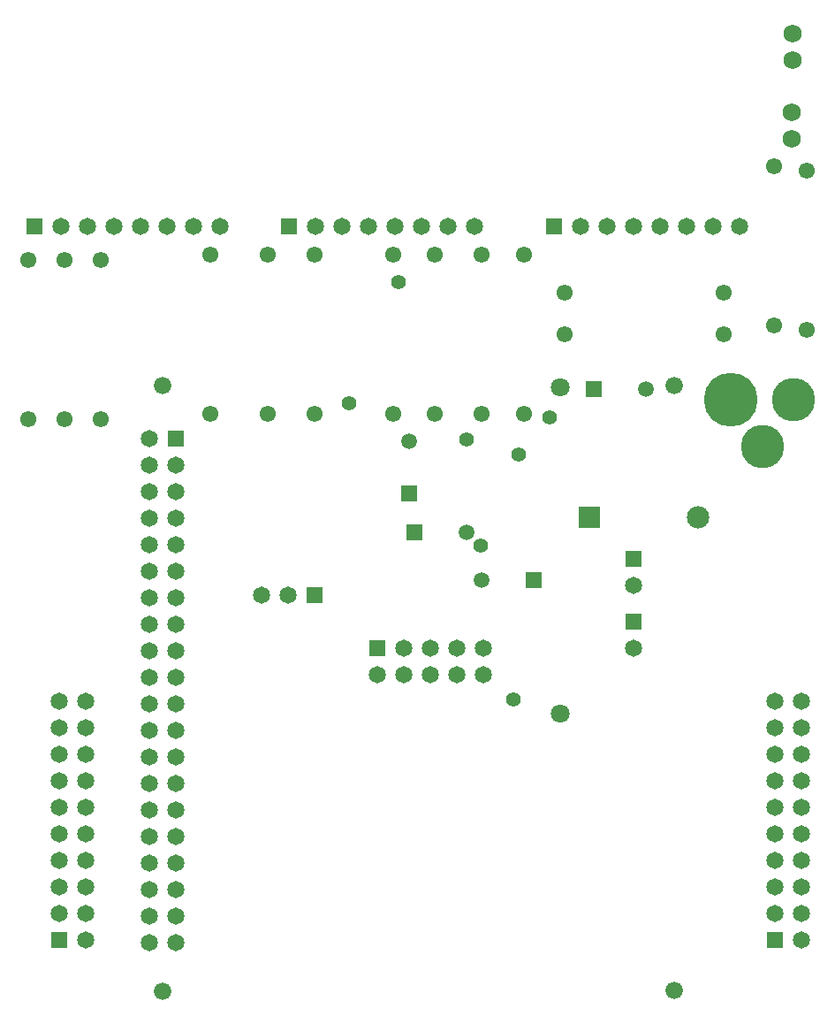
<source format=gbr>
G04 Layer_Color=16711935*
%FSLAX45Y45*%
%MOMM*%
%TF.FileFunction,Soldermask,Bot*%
%TF.Part,Single*%
G01*
G75*
%TA.AperFunction,ComponentPad*%
%ADD53C,5.15000*%
%ADD54C,4.15000*%
%ADD55C,1.65000*%
%ADD56R,1.65000X1.65000*%
%ADD57C,1.55000*%
%ADD58R,1.50000X1.50000*%
%ADD59C,1.50000*%
%TA.AperFunction,ViaPad*%
%ADD60C,1.67400*%
%TA.AperFunction,ComponentPad*%
%ADD61R,1.65000X1.65000*%
%ADD62R,1.50000X1.50000*%
%ADD63R,2.15000X2.15000*%
%ADD64C,2.15000*%
%ADD65C,1.80000*%
%ADD66C,1.75000*%
%TA.AperFunction,ViaPad*%
%ADD67C,1.42000*%
D53*
X12684999Y11525001D02*
D03*
D54*
X13285004D02*
D03*
X12984998Y11074999D02*
D03*
D55*
X11749998Y9146001D02*
D03*
Y9746001D02*
D03*
X9296400Y8890000D02*
D03*
X9550400Y9144000D02*
D03*
Y8890000D02*
D03*
X9804400Y9144000D02*
D03*
Y8890000D02*
D03*
X10058400Y9144000D02*
D03*
Y8890000D02*
D03*
X10312400Y9144000D02*
D03*
Y8890000D02*
D03*
X12770896Y13184302D02*
D03*
X12516896D02*
D03*
X12262896D02*
D03*
X12008896D02*
D03*
X11754896D02*
D03*
X11500896D02*
D03*
X11246896D02*
D03*
X10230896D02*
D03*
X9976896D02*
D03*
X9722896D02*
D03*
X9468896D02*
D03*
X9214896D02*
D03*
X8960896D02*
D03*
X8706896D02*
D03*
X7792496D02*
D03*
X7538496D02*
D03*
X7284496D02*
D03*
X7030496D02*
D03*
X6776496D02*
D03*
X6522496D02*
D03*
X6268496D02*
D03*
X13360400Y6350000D02*
D03*
X13106400Y6604000D02*
D03*
X13360400D02*
D03*
X13106400Y6858000D02*
D03*
X13360400D02*
D03*
X13106400Y7112000D02*
D03*
X13360400D02*
D03*
X13106400Y7366000D02*
D03*
X13360400D02*
D03*
X13106400Y7620000D02*
D03*
X13360400D02*
D03*
X13106400Y7874000D02*
D03*
X13360400D02*
D03*
X13106400Y8128000D02*
D03*
X13360400D02*
D03*
X13106400Y8382000D02*
D03*
X13360400D02*
D03*
X13106400Y8636000D02*
D03*
X13360400D02*
D03*
X6502400Y6350000D02*
D03*
X6248400Y6604000D02*
D03*
X6502400D02*
D03*
X6248400Y6858000D02*
D03*
X6502400D02*
D03*
X6248400Y7112000D02*
D03*
X6502400D02*
D03*
X6248400Y7366000D02*
D03*
X6502400D02*
D03*
X6248400Y7620000D02*
D03*
X6502400D02*
D03*
X6248400Y7874000D02*
D03*
X6502400D02*
D03*
X6248400Y8128000D02*
D03*
X6502400D02*
D03*
X6248400Y8382000D02*
D03*
X6502400D02*
D03*
X6248400Y8636000D02*
D03*
X6502400D02*
D03*
X7112000Y11150600D02*
D03*
X7366000Y10896600D02*
D03*
X7112000D02*
D03*
X7366000Y10642600D02*
D03*
X7112000D02*
D03*
X7366000Y10388600D02*
D03*
X7112000D02*
D03*
X7366000Y10134600D02*
D03*
X7112000D02*
D03*
X7366000Y9880600D02*
D03*
X7112000D02*
D03*
X7366000Y9626600D02*
D03*
X7112000D02*
D03*
X7366000Y9372600D02*
D03*
X7112000D02*
D03*
X7366000Y9118600D02*
D03*
X7112000D02*
D03*
X7366000Y8864600D02*
D03*
X7112000D02*
D03*
X7366000Y8610600D02*
D03*
X7112000D02*
D03*
X7366000Y8356600D02*
D03*
X7112000D02*
D03*
X7366000Y8102600D02*
D03*
X7112000D02*
D03*
X7366000Y7848600D02*
D03*
X7112000D02*
D03*
X7366000Y7594600D02*
D03*
X7112000D02*
D03*
X7366000Y7340600D02*
D03*
X7112000D02*
D03*
X7366000Y7086600D02*
D03*
X7112000D02*
D03*
X7366000Y6832600D02*
D03*
X7112000D02*
D03*
X7366000Y6578600D02*
D03*
X7112000D02*
D03*
X7366000Y6324600D02*
D03*
X7112000D02*
D03*
X8192002Y9649998D02*
D03*
X8446002D02*
D03*
D56*
X11749998Y9400001D02*
D03*
Y10000001D02*
D03*
X13106400Y6350000D02*
D03*
X6248400D02*
D03*
X7366000Y11150600D02*
D03*
D57*
X13099998Y12238000D02*
D03*
Y13762000D02*
D03*
X5950001Y12861996D02*
D03*
Y11337996D02*
D03*
X6300003D02*
D03*
Y12861996D02*
D03*
X6649999Y12862001D02*
D03*
Y11338001D02*
D03*
X7700000Y11387999D02*
D03*
Y12912000D02*
D03*
X12611999Y12549998D02*
D03*
X11087999D02*
D03*
X12611999Y12149999D02*
D03*
X11087999D02*
D03*
X10300000Y12912000D02*
D03*
Y11387999D02*
D03*
X10699999Y12912000D02*
D03*
Y11387999D02*
D03*
X8699998D02*
D03*
Y12912000D02*
D03*
X9849998Y11387999D02*
D03*
Y12912000D02*
D03*
X8250001D02*
D03*
Y11387999D02*
D03*
X9449999Y12912000D02*
D03*
Y11387999D02*
D03*
X13411200Y12192000D02*
D03*
Y13716000D02*
D03*
D58*
X9600001Y10624998D02*
D03*
D59*
Y11125002D02*
D03*
X10300000Y9800001D02*
D03*
X10150004Y10249998D02*
D03*
X11875003Y11625001D02*
D03*
D60*
X12139000Y11662999D02*
D03*
X7239000Y5863001D02*
D03*
X12139000Y5871799D02*
D03*
X7239000Y11662999D02*
D03*
D61*
X9296400Y9144000D02*
D03*
X10992896Y13184302D02*
D03*
X8452896D02*
D03*
X6014496D02*
D03*
X8700002Y9649998D02*
D03*
D62*
X10800004Y9800001D02*
D03*
X9650000Y10249998D02*
D03*
X11374999Y11625001D02*
D03*
D63*
X11327002Y10400000D02*
D03*
D64*
X12373000D02*
D03*
D65*
X11052002Y11640000D02*
D03*
Y8520000D02*
D03*
D66*
X13271500Y14021501D02*
D03*
Y14275500D02*
D03*
X13273003Y15027000D02*
D03*
Y14773000D02*
D03*
D67*
X10950000Y11350000D02*
D03*
X10600000Y8650000D02*
D03*
X9500000Y12650000D02*
D03*
X10289540Y10129520D02*
D03*
X9029700Y11485880D02*
D03*
X10150500Y11140440D02*
D03*
X10650000Y11000000D02*
D03*
%TF.MD5,F1B5622044710022A6B48B5C4FAA9571*%
M02*

</source>
